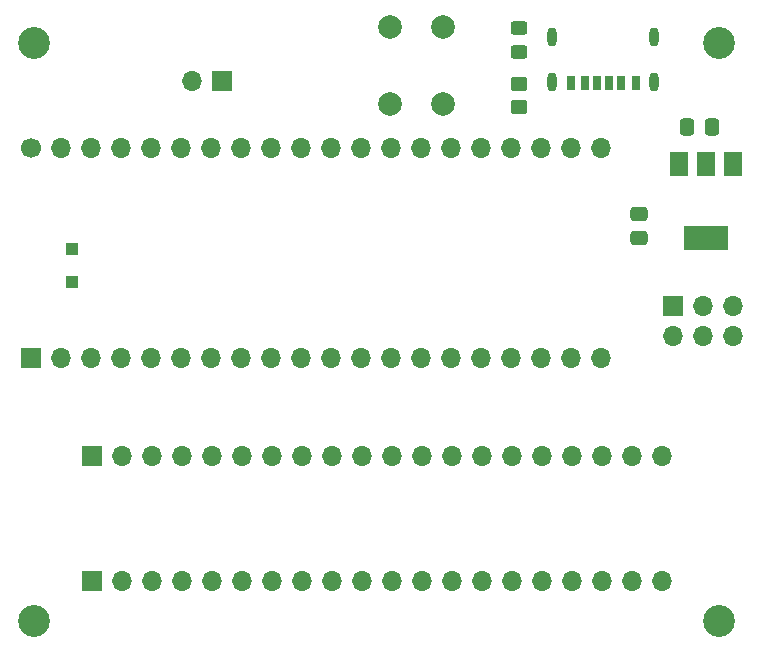
<source format=gbr>
%TF.GenerationSoftware,KiCad,Pcbnew,7.0.2*%
%TF.CreationDate,2023-10-08T18:29:29-07:00*%
%TF.ProjectId,Pi Pico Extender,50692050-6963-46f2-9045-7874656e6465,rev?*%
%TF.SameCoordinates,Original*%
%TF.FileFunction,Soldermask,Top*%
%TF.FilePolarity,Negative*%
%FSLAX46Y46*%
G04 Gerber Fmt 4.6, Leading zero omitted, Abs format (unit mm)*
G04 Created by KiCad (PCBNEW 7.0.2) date 2023-10-08 18:29:29*
%MOMM*%
%LPD*%
G01*
G04 APERTURE LIST*
G04 Aperture macros list*
%AMRoundRect*
0 Rectangle with rounded corners*
0 $1 Rounding radius*
0 $2 $3 $4 $5 $6 $7 $8 $9 X,Y pos of 4 corners*
0 Add a 4 corners polygon primitive as box body*
4,1,4,$2,$3,$4,$5,$6,$7,$8,$9,$2,$3,0*
0 Add four circle primitives for the rounded corners*
1,1,$1+$1,$2,$3*
1,1,$1+$1,$4,$5*
1,1,$1+$1,$6,$7*
1,1,$1+$1,$8,$9*
0 Add four rect primitives between the rounded corners*
20,1,$1+$1,$2,$3,$4,$5,0*
20,1,$1+$1,$4,$5,$6,$7,0*
20,1,$1+$1,$6,$7,$8,$9,0*
20,1,$1+$1,$8,$9,$2,$3,0*%
G04 Aperture macros list end*
%ADD10RoundRect,0.250000X-0.450000X0.325000X-0.450000X-0.325000X0.450000X-0.325000X0.450000X0.325000X0*%
%ADD11RoundRect,0.250000X-0.475000X0.337500X-0.475000X-0.337500X0.475000X-0.337500X0.475000X0.337500X0*%
%ADD12RoundRect,0.250000X0.450000X-0.350000X0.450000X0.350000X-0.450000X0.350000X-0.450000X-0.350000X0*%
%ADD13R,1.700000X1.700000*%
%ADD14O,1.700000X1.700000*%
%ADD15C,1.700000*%
%ADD16C,2.700000*%
%ADD17RoundRect,0.250000X-0.300000X0.300000X-0.300000X-0.300000X0.300000X-0.300000X0.300000X0.300000X0*%
%ADD18R,0.700000X1.200000*%
%ADD19R,0.760000X1.200000*%
%ADD20R,0.800000X1.200000*%
%ADD21O,0.800000X1.600000*%
%ADD22R,1.500000X2.000000*%
%ADD23R,3.800000X2.000000*%
%ADD24RoundRect,0.250000X0.337500X0.475000X-0.337500X0.475000X-0.337500X-0.475000X0.337500X-0.475000X0*%
%ADD25C,2.000000*%
G04 APERTURE END LIST*
D10*
%TO.C,D1*%
X163550000Y-67500000D03*
X163550000Y-69550000D03*
%TD*%
D11*
%TO.C,C2*%
X173736000Y-83269000D03*
X173736000Y-85344000D03*
%TD*%
D12*
%TO.C,R1*%
X163550000Y-74250000D03*
X163550000Y-72250000D03*
%TD*%
D13*
%TO.C,A1*%
X122275600Y-95504000D03*
D14*
X124815600Y-95504000D03*
X127355600Y-95504000D03*
X129895600Y-95504000D03*
X132435600Y-95504000D03*
X134975600Y-95504000D03*
X137515600Y-95504000D03*
X140055600Y-95504000D03*
X142595600Y-95504000D03*
X145135600Y-95504000D03*
X147675600Y-95504000D03*
X150215600Y-95504000D03*
X152755600Y-95504000D03*
X155295600Y-95504000D03*
X157835600Y-95504000D03*
X160375600Y-95504000D03*
X162915600Y-95504000D03*
X165455600Y-95504000D03*
X167995600Y-95504000D03*
X170535600Y-95504000D03*
X170535600Y-77724000D03*
X167995600Y-77724000D03*
X165455600Y-77724000D03*
X162915600Y-77724000D03*
X160375600Y-77724000D03*
X157835600Y-77724000D03*
X155295600Y-77724000D03*
X152755600Y-77724000D03*
X150215600Y-77724000D03*
X147675600Y-77724000D03*
X145135600Y-77724000D03*
X142595600Y-77724000D03*
X140055600Y-77724000D03*
X137515600Y-77724000D03*
X134975600Y-77724000D03*
X132435600Y-77724000D03*
X129895600Y-77724000D03*
X127355600Y-77724000D03*
X124815600Y-77724000D03*
D15*
X122275600Y-77724000D03*
%TD*%
D13*
%TO.C,J3*%
X176580800Y-91084400D03*
D14*
X176580800Y-93624400D03*
X179120800Y-91084400D03*
X179120800Y-93624400D03*
X181660800Y-91084400D03*
X181660800Y-93624400D03*
%TD*%
D16*
%TO.C,MH2*%
X180509320Y-68774680D03*
%TD*%
D13*
%TO.C,J5*%
X127409320Y-103733600D03*
D14*
X129949320Y-103733600D03*
X132489320Y-103733600D03*
X135029320Y-103733600D03*
X137569320Y-103733600D03*
X140109320Y-103733600D03*
X142649320Y-103733600D03*
X145189320Y-103733600D03*
X147729320Y-103733600D03*
X150269320Y-103733600D03*
X152809320Y-103733600D03*
X155349320Y-103733600D03*
X157889320Y-103733600D03*
X160429320Y-103733600D03*
X162969320Y-103733600D03*
X165509320Y-103733600D03*
X168049320Y-103733600D03*
X170589320Y-103733600D03*
X173129320Y-103733600D03*
X175669320Y-103733600D03*
%TD*%
D16*
%TO.C,MH3*%
X122509320Y-117774680D03*
%TD*%
D17*
%TO.C,D2*%
X125730000Y-86230000D03*
X125730000Y-89030000D03*
%TD*%
D13*
%TO.C,J4*%
X127409320Y-114350800D03*
D14*
X129949320Y-114350800D03*
X132489320Y-114350800D03*
X135029320Y-114350800D03*
X137569320Y-114350800D03*
X140109320Y-114350800D03*
X142649320Y-114350800D03*
X145189320Y-114350800D03*
X147729320Y-114350800D03*
X150269320Y-114350800D03*
X152809320Y-114350800D03*
X155349320Y-114350800D03*
X157889320Y-114350800D03*
X160429320Y-114350800D03*
X162969320Y-114350800D03*
X165509320Y-114350800D03*
X168049320Y-114350800D03*
X170589320Y-114350800D03*
X173129320Y-114350800D03*
X175669320Y-114350800D03*
%TD*%
D13*
%TO.C,J2*%
X138410000Y-71989250D03*
D14*
X135870000Y-71989250D03*
%TD*%
D18*
%TO.C,J1*%
X170188000Y-72168000D03*
D19*
X172208000Y-72168000D03*
D20*
X173438000Y-72168000D03*
D18*
X171188000Y-72168000D03*
D19*
X169168000Y-72168000D03*
D20*
X167938000Y-72168000D03*
D21*
X166368000Y-72088000D03*
X175008000Y-72088000D03*
X166368000Y-68288000D03*
X175008000Y-68288000D03*
%TD*%
D22*
%TO.C,U1*%
X181700000Y-79012500D03*
X179400000Y-79012500D03*
D23*
X179400000Y-85312500D03*
D22*
X177100000Y-79012500D03*
%TD*%
D24*
%TO.C,C1*%
X179875000Y-75946000D03*
X177800000Y-75946000D03*
%TD*%
D25*
%TO.C,SW1*%
X157103200Y-67464800D03*
X157103200Y-73964800D03*
X152603200Y-67464800D03*
X152603200Y-73964800D03*
%TD*%
D16*
%TO.C,MH1*%
X122509320Y-68774680D03*
%TD*%
%TO.C,MH4*%
X180509320Y-117774680D03*
%TD*%
M02*

</source>
